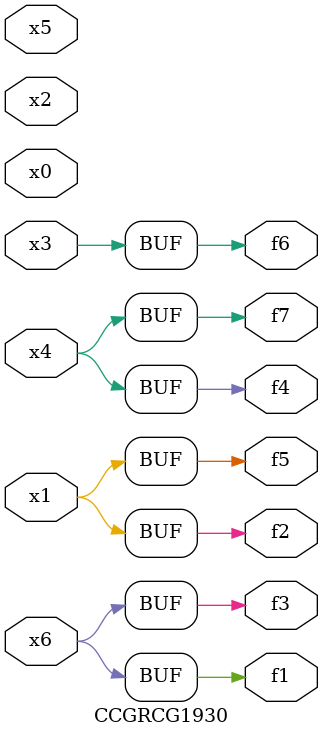
<source format=v>
module CCGRCG1930(
	input x0, x1, x2, x3, x4, x5, x6,
	output f1, f2, f3, f4, f5, f6, f7
);
	assign f1 = x6;
	assign f2 = x1;
	assign f3 = x6;
	assign f4 = x4;
	assign f5 = x1;
	assign f6 = x3;
	assign f7 = x4;
endmodule

</source>
